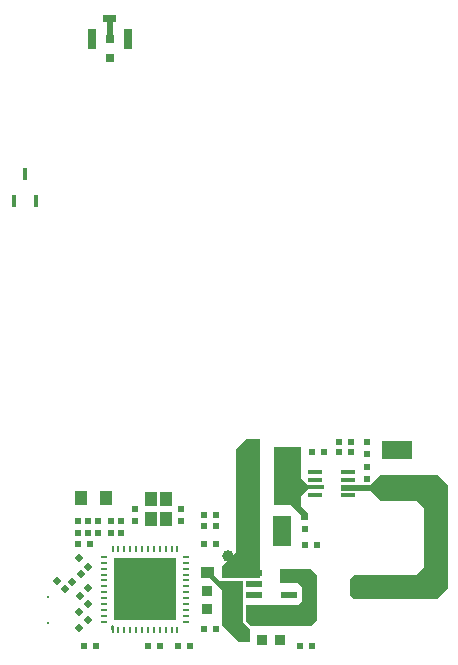
<source format=gtp>
G04*
G04 #@! TF.GenerationSoftware,Altium Limited,Altium Designer,20.0.1 (14)*
G04*
G04 Layer_Color=8421504*
%FSLAX44Y44*%
%MOMM*%
G71*
G01*
G75*
%ADD20C,0.3000*%
%ADD21R,0.4500X1.0000*%
%ADD22O,0.2499X0.6000*%
%ADD23O,0.6000X0.2499*%
%ADD24R,5.3000X5.3000*%
%ADD25P,0.7184X4X90.0*%
%ADD26R,0.5080X0.5080*%
%ADD27R,0.8890X0.9652*%
%ADD28R,1.0160X1.2700*%
%ADD29R,1.2000X0.4000*%
%ADD30R,1.4000X0.5500*%
%ADD31R,1.7500X4.5000*%
%ADD32R,1.5240X2.5400*%
%ADD33R,2.5400X1.5240*%
%ADD34P,0.7184X4X180.0*%
%ADD35R,0.9652X0.8890*%
%ADD36R,0.7000X0.7000*%
%ADD37R,0.8000X1.7000*%
%ADD38R,0.5080X0.5080*%
%ADD39R,1.0000X1.2000*%
%ADD40C,1.0000*%
G36*
X117499Y550389D02*
X114499D01*
Y538962D01*
X115233Y538228D01*
Y535550D01*
X113339Y533656D01*
X110661D01*
X108767Y535550D01*
Y538228D01*
X109501Y538962D01*
Y550389D01*
X106501D01*
X106501Y556389D01*
X117499D01*
X117499Y550389D01*
D02*
G37*
G36*
X398000Y158770D02*
Y71000D01*
X389000Y62000D01*
X319000Y62000D01*
X315000Y66000D01*
X315000Y79000D01*
X319000Y83000D01*
X372000Y83000D01*
X378000Y89000D01*
X378000Y139000D01*
X372000Y145000D01*
X342000D01*
X333000Y154000D01*
X307379Y154000D01*
Y159000D01*
X333000Y159000D01*
X341000Y167000D01*
X389770D01*
X398000Y158770D01*
D02*
G37*
G36*
X274000Y191000D02*
X274000Y165000D01*
X280000Y159000D01*
X293000D01*
X293000Y155000D01*
X280000Y155000D01*
X274000Y149000D01*
X274000Y141000D01*
X280000Y135000D01*
X280000Y129000D01*
X274000D01*
X274000Y133000D01*
X265000Y142000D01*
X251000D01*
X251000Y191000D01*
X274000Y191000D01*
D02*
G37*
G36*
X239000Y80000D02*
X207000Y80000D01*
Y90000D01*
X219000Y102000D01*
X219000Y189000D01*
X227500Y197500D01*
X239000Y197500D01*
X239000Y80000D01*
D02*
G37*
G36*
X287000Y83000D02*
X287000Y44000D01*
X282000Y39000D01*
X231230D01*
X227000Y43230D01*
Y57000D01*
X271000Y57000D01*
X275000Y61000D01*
X275000Y72500D01*
X271500Y76000D01*
X256000Y76000D01*
Y87500D01*
X282500Y87500D01*
X287000Y83000D01*
D02*
G37*
G36*
X114483Y39977D02*
X114635Y39939D01*
X114783Y39880D01*
X114920Y39807D01*
X115047Y39713D01*
X115161Y39606D01*
X115260Y39484D01*
X115347Y39352D01*
X115413Y39210D01*
X115461Y39060D01*
X115489Y38907D01*
X115499Y38750D01*
Y37249D01*
X115489Y37094D01*
X115461Y36939D01*
X115413Y36789D01*
X115347Y36647D01*
X115260Y36515D01*
X115161Y36395D01*
X115047Y36286D01*
X114920Y36195D01*
X114783Y36119D01*
X114635Y36060D01*
X114483Y36022D01*
X114328Y36002D01*
X114171D01*
X114016Y36022D01*
X113863Y36060D01*
X113719Y36119D01*
X113581Y36195D01*
X113454Y36286D01*
X113340Y36395D01*
X113238Y36515D01*
X113155Y36647D01*
X113089Y36789D01*
X113040Y36939D01*
X113010Y37094D01*
X113000Y37249D01*
Y38750D01*
X113010Y38907D01*
X113040Y39060D01*
X113089Y39210D01*
X113155Y39352D01*
X113238Y39484D01*
X113340Y39606D01*
X113454Y39713D01*
X113581Y39807D01*
X113719Y39880D01*
X113863Y39939D01*
X114016Y39977D01*
X114171Y39997D01*
X114328D01*
X114483Y39977D01*
D02*
G37*
G36*
X200000Y83000D02*
X205500Y77500D01*
X216000D01*
Y77500D01*
X225000D01*
X225000Y42923D01*
X231000Y36923D01*
X231000Y25500D01*
X221000Y25500D01*
X206750Y39750D01*
X206750Y70250D01*
X197000Y80000D01*
X189000Y80000D01*
Y89000D01*
X200000D01*
Y83000D01*
D02*
G37*
D20*
X59268Y64010D02*
D03*
Y41644D02*
D03*
D21*
X40000Y422250D02*
D03*
X49500Y399570D02*
D03*
X30500D02*
D03*
D22*
X169251Y105000D02*
D03*
X114250D02*
D03*
X119250D02*
D03*
X124250D02*
D03*
X129250D02*
D03*
X134250D02*
D03*
X139250D02*
D03*
X144250D02*
D03*
X149250D02*
D03*
X154251D02*
D03*
X159250D02*
D03*
X164250D02*
D03*
X114250Y36000D02*
D03*
X119250D02*
D03*
X124250D02*
D03*
X129250D02*
D03*
X134250D02*
D03*
X139250D02*
D03*
X144250D02*
D03*
X149250D02*
D03*
X154250D02*
D03*
X159250D02*
D03*
X164250D02*
D03*
X169250D02*
D03*
D23*
X176250Y43001D02*
D03*
Y98000D02*
D03*
Y93000D02*
D03*
Y88000D02*
D03*
Y83000D02*
D03*
Y78000D02*
D03*
Y73000D02*
D03*
Y68000D02*
D03*
Y63000D02*
D03*
Y58000D02*
D03*
Y53000D02*
D03*
Y47999D02*
D03*
X107250Y42999D02*
D03*
Y48001D02*
D03*
Y52999D02*
D03*
Y58001D02*
D03*
Y62999D02*
D03*
Y68001D02*
D03*
Y72999D02*
D03*
Y78001D02*
D03*
Y82999D02*
D03*
Y88001D02*
D03*
Y92999D02*
D03*
Y98001D02*
D03*
D24*
X141750Y70500D02*
D03*
D25*
X93286Y44785D02*
D03*
X86215Y37715D02*
D03*
Y50964D02*
D03*
X93286Y58035D02*
D03*
X80205Y76386D02*
D03*
X87389Y83570D02*
D03*
X86361Y64429D02*
D03*
X93545Y71614D02*
D03*
D26*
X84848Y128062D02*
D03*
Y117902D02*
D03*
X172598Y127902D02*
D03*
Y138062D02*
D03*
X133402Y138098D02*
D03*
Y127938D02*
D03*
X112598Y117902D02*
D03*
Y128062D02*
D03*
X121098Y117902D02*
D03*
Y128062D02*
D03*
X101848D02*
D03*
Y117902D02*
D03*
X93402Y128098D02*
D03*
Y117938D02*
D03*
X277068Y132098D02*
D03*
Y121938D02*
D03*
X329360Y163902D02*
D03*
Y174062D02*
D03*
X329402Y185366D02*
D03*
Y195526D02*
D03*
D27*
X241000Y45000D02*
D03*
Y27474D02*
D03*
X256000D02*
D03*
Y45000D02*
D03*
D28*
X109000Y148000D02*
D03*
X87410D02*
D03*
D29*
X313970Y169750D02*
D03*
Y163250D02*
D03*
X286030Y169750D02*
D03*
Y163250D02*
D03*
Y156750D02*
D03*
Y150250D02*
D03*
X313970D02*
D03*
Y156750D02*
D03*
D30*
X264000Y65250D02*
D03*
X264000Y84250D02*
D03*
X234000Y74750D02*
D03*
X234000Y84250D02*
D03*
X234000Y65250D02*
D03*
D31*
X229750Y165000D02*
D03*
X262250D02*
D03*
D32*
X258060Y120000D02*
D03*
X229060D02*
D03*
D33*
X355000Y188302D02*
D03*
Y159302D02*
D03*
D34*
X67179Y77639D02*
D03*
X74364Y70455D02*
D03*
X86180Y96639D02*
D03*
X93364Y89455D02*
D03*
D35*
X194000Y84000D02*
D03*
X211526D02*
D03*
X194000Y69000D02*
D03*
X211526Y69000D02*
D03*
X194000Y54000D02*
D03*
X211526D02*
D03*
D36*
X112000Y520389D02*
D03*
Y536000D02*
D03*
D37*
X127500Y536750D02*
D03*
X96500D02*
D03*
D38*
X89938Y22360D02*
D03*
X100098D02*
D03*
X283062Y22402D02*
D03*
X272902D02*
D03*
X179562D02*
D03*
X169402D02*
D03*
X202062Y133402D02*
D03*
X191902D02*
D03*
X202062Y124402D02*
D03*
X191902D02*
D03*
X202098Y108598D02*
D03*
X191938D02*
D03*
X143902Y22402D02*
D03*
X154062D02*
D03*
X84652Y108902D02*
D03*
X94812D02*
D03*
X191938Y37098D02*
D03*
X202098D02*
D03*
X316062Y195402D02*
D03*
X305902D02*
D03*
X305938Y186598D02*
D03*
X316098D02*
D03*
X282938D02*
D03*
X293098D02*
D03*
X287062Y108402D02*
D03*
X276902D02*
D03*
D39*
X146500Y129949D02*
D03*
Y146949D02*
D03*
X159500D02*
D03*
Y129949D02*
D03*
D40*
X387750Y156500D02*
D03*
X212000Y99000D02*
D03*
X279000Y49000D02*
D03*
M02*

</source>
